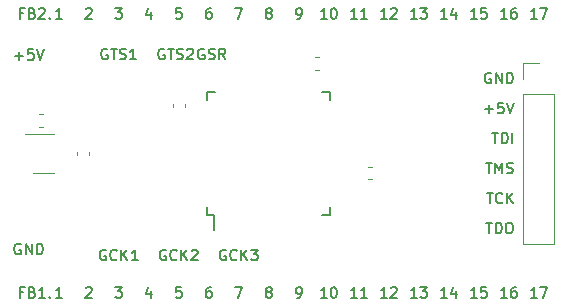
<source format=gbr>
G04 #@! TF.GenerationSoftware,KiCad,Pcbnew,(5.1.4)-1*
G04 #@! TF.CreationDate,2019-10-24T16:07:41-04:00*
G04 #@! TF.ProjectId,XC9536XL,58433935-3336-4584-9c2e-6b696361645f,B*
G04 #@! TF.SameCoordinates,Original*
G04 #@! TF.FileFunction,Legend,Top*
G04 #@! TF.FilePolarity,Positive*
%FSLAX46Y46*%
G04 Gerber Fmt 4.6, Leading zero omitted, Abs format (unit mm)*
G04 Created by KiCad (PCBNEW (5.1.4)-1) date 2019-10-24 16:07:41*
%MOMM*%
%LPD*%
G04 APERTURE LIST*
%ADD10C,0.150000*%
%ADD11C,0.120000*%
G04 APERTURE END LIST*
D10*
X70663714Y-57466714D02*
X70363714Y-57466714D01*
X70363714Y-57938142D02*
X70363714Y-57038142D01*
X70792285Y-57038142D01*
X71435142Y-57466714D02*
X71563714Y-57509571D01*
X71606571Y-57552428D01*
X71649428Y-57638142D01*
X71649428Y-57766714D01*
X71606571Y-57852428D01*
X71563714Y-57895285D01*
X71478000Y-57938142D01*
X71135142Y-57938142D01*
X71135142Y-57038142D01*
X71435142Y-57038142D01*
X71520857Y-57081000D01*
X71563714Y-57123857D01*
X71606571Y-57209571D01*
X71606571Y-57295285D01*
X71563714Y-57381000D01*
X71520857Y-57423857D01*
X71435142Y-57466714D01*
X71135142Y-57466714D01*
X72506571Y-57938142D02*
X71992285Y-57938142D01*
X72249428Y-57938142D02*
X72249428Y-57038142D01*
X72163714Y-57166714D01*
X72078000Y-57252428D01*
X71992285Y-57295285D01*
X72892285Y-57852428D02*
X72935142Y-57895285D01*
X72892285Y-57938142D01*
X72849428Y-57895285D01*
X72892285Y-57852428D01*
X72892285Y-57938142D01*
X85971142Y-36888000D02*
X85885428Y-36845142D01*
X85756857Y-36845142D01*
X85628285Y-36888000D01*
X85542571Y-36973714D01*
X85499714Y-37059428D01*
X85456857Y-37230857D01*
X85456857Y-37359428D01*
X85499714Y-37530857D01*
X85542571Y-37616571D01*
X85628285Y-37702285D01*
X85756857Y-37745142D01*
X85842571Y-37745142D01*
X85971142Y-37702285D01*
X86014000Y-37659428D01*
X86014000Y-37359428D01*
X85842571Y-37359428D01*
X86356857Y-37702285D02*
X86485428Y-37745142D01*
X86699714Y-37745142D01*
X86785428Y-37702285D01*
X86828285Y-37659428D01*
X86871142Y-37573714D01*
X86871142Y-37488000D01*
X86828285Y-37402285D01*
X86785428Y-37359428D01*
X86699714Y-37316571D01*
X86528285Y-37273714D01*
X86442571Y-37230857D01*
X86399714Y-37188000D01*
X86356857Y-37102285D01*
X86356857Y-37016571D01*
X86399714Y-36930857D01*
X86442571Y-36888000D01*
X86528285Y-36845142D01*
X86742571Y-36845142D01*
X86871142Y-36888000D01*
X87771142Y-37745142D02*
X87471142Y-37316571D01*
X87256857Y-37745142D02*
X87256857Y-36845142D01*
X87599714Y-36845142D01*
X87685428Y-36888000D01*
X87728285Y-36930857D01*
X87771142Y-37016571D01*
X87771142Y-37145142D01*
X87728285Y-37230857D01*
X87685428Y-37273714D01*
X87599714Y-37316571D01*
X87256857Y-37316571D01*
X82601714Y-36888000D02*
X82516000Y-36845142D01*
X82387428Y-36845142D01*
X82258857Y-36888000D01*
X82173142Y-36973714D01*
X82130285Y-37059428D01*
X82087428Y-37230857D01*
X82087428Y-37359428D01*
X82130285Y-37530857D01*
X82173142Y-37616571D01*
X82258857Y-37702285D01*
X82387428Y-37745142D01*
X82473142Y-37745142D01*
X82601714Y-37702285D01*
X82644571Y-37659428D01*
X82644571Y-37359428D01*
X82473142Y-37359428D01*
X82901714Y-36845142D02*
X83416000Y-36845142D01*
X83158857Y-37745142D02*
X83158857Y-36845142D01*
X83673142Y-37702285D02*
X83801714Y-37745142D01*
X84016000Y-37745142D01*
X84101714Y-37702285D01*
X84144571Y-37659428D01*
X84187428Y-37573714D01*
X84187428Y-37488000D01*
X84144571Y-37402285D01*
X84101714Y-37359428D01*
X84016000Y-37316571D01*
X83844571Y-37273714D01*
X83758857Y-37230857D01*
X83716000Y-37188000D01*
X83673142Y-37102285D01*
X83673142Y-37016571D01*
X83716000Y-36930857D01*
X83758857Y-36888000D01*
X83844571Y-36845142D01*
X84058857Y-36845142D01*
X84187428Y-36888000D01*
X84530285Y-36930857D02*
X84573142Y-36888000D01*
X84658857Y-36845142D01*
X84873142Y-36845142D01*
X84958857Y-36888000D01*
X85001714Y-36930857D01*
X85044571Y-37016571D01*
X85044571Y-37102285D01*
X85001714Y-37230857D01*
X84487428Y-37745142D01*
X85044571Y-37745142D01*
X77775714Y-36888000D02*
X77690000Y-36845142D01*
X77561428Y-36845142D01*
X77432857Y-36888000D01*
X77347142Y-36973714D01*
X77304285Y-37059428D01*
X77261428Y-37230857D01*
X77261428Y-37359428D01*
X77304285Y-37530857D01*
X77347142Y-37616571D01*
X77432857Y-37702285D01*
X77561428Y-37745142D01*
X77647142Y-37745142D01*
X77775714Y-37702285D01*
X77818571Y-37659428D01*
X77818571Y-37359428D01*
X77647142Y-37359428D01*
X78075714Y-36845142D02*
X78590000Y-36845142D01*
X78332857Y-37745142D02*
X78332857Y-36845142D01*
X78847142Y-37702285D02*
X78975714Y-37745142D01*
X79190000Y-37745142D01*
X79275714Y-37702285D01*
X79318571Y-37659428D01*
X79361428Y-37573714D01*
X79361428Y-37488000D01*
X79318571Y-37402285D01*
X79275714Y-37359428D01*
X79190000Y-37316571D01*
X79018571Y-37273714D01*
X78932857Y-37230857D01*
X78890000Y-37188000D01*
X78847142Y-37102285D01*
X78847142Y-37016571D01*
X78890000Y-36930857D01*
X78932857Y-36888000D01*
X79018571Y-36845142D01*
X79232857Y-36845142D01*
X79361428Y-36888000D01*
X80218571Y-37745142D02*
X79704285Y-37745142D01*
X79961428Y-37745142D02*
X79961428Y-36845142D01*
X79875714Y-36973714D01*
X79790000Y-37059428D01*
X79704285Y-37102285D01*
X87807142Y-53906000D02*
X87721428Y-53863142D01*
X87592857Y-53863142D01*
X87464285Y-53906000D01*
X87378571Y-53991714D01*
X87335714Y-54077428D01*
X87292857Y-54248857D01*
X87292857Y-54377428D01*
X87335714Y-54548857D01*
X87378571Y-54634571D01*
X87464285Y-54720285D01*
X87592857Y-54763142D01*
X87678571Y-54763142D01*
X87807142Y-54720285D01*
X87850000Y-54677428D01*
X87850000Y-54377428D01*
X87678571Y-54377428D01*
X88750000Y-54677428D02*
X88707142Y-54720285D01*
X88578571Y-54763142D01*
X88492857Y-54763142D01*
X88364285Y-54720285D01*
X88278571Y-54634571D01*
X88235714Y-54548857D01*
X88192857Y-54377428D01*
X88192857Y-54248857D01*
X88235714Y-54077428D01*
X88278571Y-53991714D01*
X88364285Y-53906000D01*
X88492857Y-53863142D01*
X88578571Y-53863142D01*
X88707142Y-53906000D01*
X88750000Y-53948857D01*
X89135714Y-54763142D02*
X89135714Y-53863142D01*
X89650000Y-54763142D02*
X89264285Y-54248857D01*
X89650000Y-53863142D02*
X89135714Y-54377428D01*
X89950000Y-53863142D02*
X90507142Y-53863142D01*
X90207142Y-54206000D01*
X90335714Y-54206000D01*
X90421428Y-54248857D01*
X90464285Y-54291714D01*
X90507142Y-54377428D01*
X90507142Y-54591714D01*
X90464285Y-54677428D01*
X90421428Y-54720285D01*
X90335714Y-54763142D01*
X90078571Y-54763142D01*
X89992857Y-54720285D01*
X89950000Y-54677428D01*
X82727142Y-53906000D02*
X82641428Y-53863142D01*
X82512857Y-53863142D01*
X82384285Y-53906000D01*
X82298571Y-53991714D01*
X82255714Y-54077428D01*
X82212857Y-54248857D01*
X82212857Y-54377428D01*
X82255714Y-54548857D01*
X82298571Y-54634571D01*
X82384285Y-54720285D01*
X82512857Y-54763142D01*
X82598571Y-54763142D01*
X82727142Y-54720285D01*
X82770000Y-54677428D01*
X82770000Y-54377428D01*
X82598571Y-54377428D01*
X83670000Y-54677428D02*
X83627142Y-54720285D01*
X83498571Y-54763142D01*
X83412857Y-54763142D01*
X83284285Y-54720285D01*
X83198571Y-54634571D01*
X83155714Y-54548857D01*
X83112857Y-54377428D01*
X83112857Y-54248857D01*
X83155714Y-54077428D01*
X83198571Y-53991714D01*
X83284285Y-53906000D01*
X83412857Y-53863142D01*
X83498571Y-53863142D01*
X83627142Y-53906000D01*
X83670000Y-53948857D01*
X84055714Y-54763142D02*
X84055714Y-53863142D01*
X84570000Y-54763142D02*
X84184285Y-54248857D01*
X84570000Y-53863142D02*
X84055714Y-54377428D01*
X84912857Y-53948857D02*
X84955714Y-53906000D01*
X85041428Y-53863142D01*
X85255714Y-53863142D01*
X85341428Y-53906000D01*
X85384285Y-53948857D01*
X85427142Y-54034571D01*
X85427142Y-54120285D01*
X85384285Y-54248857D01*
X84870000Y-54763142D01*
X85427142Y-54763142D01*
X77647142Y-53906000D02*
X77561428Y-53863142D01*
X77432857Y-53863142D01*
X77304285Y-53906000D01*
X77218571Y-53991714D01*
X77175714Y-54077428D01*
X77132857Y-54248857D01*
X77132857Y-54377428D01*
X77175714Y-54548857D01*
X77218571Y-54634571D01*
X77304285Y-54720285D01*
X77432857Y-54763142D01*
X77518571Y-54763142D01*
X77647142Y-54720285D01*
X77690000Y-54677428D01*
X77690000Y-54377428D01*
X77518571Y-54377428D01*
X78590000Y-54677428D02*
X78547142Y-54720285D01*
X78418571Y-54763142D01*
X78332857Y-54763142D01*
X78204285Y-54720285D01*
X78118571Y-54634571D01*
X78075714Y-54548857D01*
X78032857Y-54377428D01*
X78032857Y-54248857D01*
X78075714Y-54077428D01*
X78118571Y-53991714D01*
X78204285Y-53906000D01*
X78332857Y-53863142D01*
X78418571Y-53863142D01*
X78547142Y-53906000D01*
X78590000Y-53948857D01*
X78975714Y-54763142D02*
X78975714Y-53863142D01*
X79490000Y-54763142D02*
X79104285Y-54248857D01*
X79490000Y-53863142D02*
X78975714Y-54377428D01*
X80347142Y-54763142D02*
X79832857Y-54763142D01*
X80090000Y-54763142D02*
X80090000Y-53863142D01*
X80004285Y-53991714D01*
X79918571Y-54077428D01*
X79832857Y-54120285D01*
X70663714Y-33844714D02*
X70363714Y-33844714D01*
X70363714Y-34316142D02*
X70363714Y-33416142D01*
X70792285Y-33416142D01*
X71435142Y-33844714D02*
X71563714Y-33887571D01*
X71606571Y-33930428D01*
X71649428Y-34016142D01*
X71649428Y-34144714D01*
X71606571Y-34230428D01*
X71563714Y-34273285D01*
X71478000Y-34316142D01*
X71135142Y-34316142D01*
X71135142Y-33416142D01*
X71435142Y-33416142D01*
X71520857Y-33459000D01*
X71563714Y-33501857D01*
X71606571Y-33587571D01*
X71606571Y-33673285D01*
X71563714Y-33759000D01*
X71520857Y-33801857D01*
X71435142Y-33844714D01*
X71135142Y-33844714D01*
X71992285Y-33501857D02*
X72035142Y-33459000D01*
X72120857Y-33416142D01*
X72335142Y-33416142D01*
X72420857Y-33459000D01*
X72463714Y-33501857D01*
X72506571Y-33587571D01*
X72506571Y-33673285D01*
X72463714Y-33801857D01*
X71949428Y-34316142D01*
X72506571Y-34316142D01*
X72892285Y-34230428D02*
X72935142Y-34273285D01*
X72892285Y-34316142D01*
X72849428Y-34273285D01*
X72892285Y-34230428D01*
X72892285Y-34316142D01*
X70434285Y-53398000D02*
X70348571Y-53355142D01*
X70220000Y-53355142D01*
X70091428Y-53398000D01*
X70005714Y-53483714D01*
X69962857Y-53569428D01*
X69920000Y-53740857D01*
X69920000Y-53869428D01*
X69962857Y-54040857D01*
X70005714Y-54126571D01*
X70091428Y-54212285D01*
X70220000Y-54255142D01*
X70305714Y-54255142D01*
X70434285Y-54212285D01*
X70477142Y-54169428D01*
X70477142Y-53869428D01*
X70305714Y-53869428D01*
X70862857Y-54255142D02*
X70862857Y-53355142D01*
X71377142Y-54255142D01*
X71377142Y-53355142D01*
X71805714Y-54255142D02*
X71805714Y-53355142D01*
X72020000Y-53355142D01*
X72148571Y-53398000D01*
X72234285Y-53483714D01*
X72277142Y-53569428D01*
X72320000Y-53740857D01*
X72320000Y-53869428D01*
X72277142Y-54040857D01*
X72234285Y-54126571D01*
X72148571Y-54212285D01*
X72020000Y-54255142D01*
X71805714Y-54255142D01*
X69962857Y-37464285D02*
X70648571Y-37464285D01*
X70305714Y-37807142D02*
X70305714Y-37121428D01*
X71505714Y-36907142D02*
X71077142Y-36907142D01*
X71034285Y-37335714D01*
X71077142Y-37292857D01*
X71162857Y-37250000D01*
X71377142Y-37250000D01*
X71462857Y-37292857D01*
X71505714Y-37335714D01*
X71548571Y-37421428D01*
X71548571Y-37635714D01*
X71505714Y-37721428D01*
X71462857Y-37764285D01*
X71377142Y-37807142D01*
X71162857Y-37807142D01*
X71077142Y-37764285D01*
X71034285Y-37721428D01*
X71805714Y-36907142D02*
X72105714Y-37807142D01*
X72405714Y-36907142D01*
X86531428Y-57038142D02*
X86360000Y-57038142D01*
X86274285Y-57081000D01*
X86231428Y-57123857D01*
X86145714Y-57252428D01*
X86102857Y-57423857D01*
X86102857Y-57766714D01*
X86145714Y-57852428D01*
X86188571Y-57895285D01*
X86274285Y-57938142D01*
X86445714Y-57938142D01*
X86531428Y-57895285D01*
X86574285Y-57852428D01*
X86617142Y-57766714D01*
X86617142Y-57552428D01*
X86574285Y-57466714D01*
X86531428Y-57423857D01*
X86445714Y-57381000D01*
X86274285Y-57381000D01*
X86188571Y-57423857D01*
X86145714Y-57466714D01*
X86102857Y-57552428D01*
X84034285Y-57038142D02*
X83605714Y-57038142D01*
X83562857Y-57466714D01*
X83605714Y-57423857D01*
X83691428Y-57381000D01*
X83905714Y-57381000D01*
X83991428Y-57423857D01*
X84034285Y-57466714D01*
X84077142Y-57552428D01*
X84077142Y-57766714D01*
X84034285Y-57852428D01*
X83991428Y-57895285D01*
X83905714Y-57938142D01*
X83691428Y-57938142D01*
X83605714Y-57895285D01*
X83562857Y-57852428D01*
X73917142Y-57938142D02*
X73402857Y-57938142D01*
X73660000Y-57938142D02*
X73660000Y-57038142D01*
X73574285Y-57166714D01*
X73488571Y-57252428D01*
X73402857Y-57295285D01*
X103968571Y-57938142D02*
X103454285Y-57938142D01*
X103711428Y-57938142D02*
X103711428Y-57038142D01*
X103625714Y-57166714D01*
X103540000Y-57252428D01*
X103454285Y-57295285D01*
X104268571Y-57038142D02*
X104825714Y-57038142D01*
X104525714Y-57381000D01*
X104654285Y-57381000D01*
X104740000Y-57423857D01*
X104782857Y-57466714D01*
X104825714Y-57552428D01*
X104825714Y-57766714D01*
X104782857Y-57852428D01*
X104740000Y-57895285D01*
X104654285Y-57938142D01*
X104397142Y-57938142D01*
X104311428Y-57895285D01*
X104268571Y-57852428D01*
X88600000Y-57038142D02*
X89200000Y-57038142D01*
X88814285Y-57938142D01*
X114128571Y-57938142D02*
X113614285Y-57938142D01*
X113871428Y-57938142D02*
X113871428Y-57038142D01*
X113785714Y-57166714D01*
X113700000Y-57252428D01*
X113614285Y-57295285D01*
X114428571Y-57038142D02*
X115028571Y-57038142D01*
X114642857Y-57938142D01*
X101428571Y-57938142D02*
X100914285Y-57938142D01*
X101171428Y-57938142D02*
X101171428Y-57038142D01*
X101085714Y-57166714D01*
X101000000Y-57252428D01*
X100914285Y-57295285D01*
X101771428Y-57123857D02*
X101814285Y-57081000D01*
X101900000Y-57038142D01*
X102114285Y-57038142D01*
X102200000Y-57081000D01*
X102242857Y-57123857D01*
X102285714Y-57209571D01*
X102285714Y-57295285D01*
X102242857Y-57423857D01*
X101728571Y-57938142D01*
X102285714Y-57938142D01*
X96348571Y-57938142D02*
X95834285Y-57938142D01*
X96091428Y-57938142D02*
X96091428Y-57038142D01*
X96005714Y-57166714D01*
X95920000Y-57252428D01*
X95834285Y-57295285D01*
X96905714Y-57038142D02*
X96991428Y-57038142D01*
X97077142Y-57081000D01*
X97120000Y-57123857D01*
X97162857Y-57209571D01*
X97205714Y-57381000D01*
X97205714Y-57595285D01*
X97162857Y-57766714D01*
X97120000Y-57852428D01*
X97077142Y-57895285D01*
X96991428Y-57938142D01*
X96905714Y-57938142D01*
X96820000Y-57895285D01*
X96777142Y-57852428D01*
X96734285Y-57766714D01*
X96691428Y-57595285D01*
X96691428Y-57381000D01*
X96734285Y-57209571D01*
X96777142Y-57123857D01*
X96820000Y-57081000D01*
X96905714Y-57038142D01*
X111588571Y-57938142D02*
X111074285Y-57938142D01*
X111331428Y-57938142D02*
X111331428Y-57038142D01*
X111245714Y-57166714D01*
X111160000Y-57252428D01*
X111074285Y-57295285D01*
X112360000Y-57038142D02*
X112188571Y-57038142D01*
X112102857Y-57081000D01*
X112060000Y-57123857D01*
X111974285Y-57252428D01*
X111931428Y-57423857D01*
X111931428Y-57766714D01*
X111974285Y-57852428D01*
X112017142Y-57895285D01*
X112102857Y-57938142D01*
X112274285Y-57938142D01*
X112360000Y-57895285D01*
X112402857Y-57852428D01*
X112445714Y-57766714D01*
X112445714Y-57552428D01*
X112402857Y-57466714D01*
X112360000Y-57423857D01*
X112274285Y-57381000D01*
X112102857Y-57381000D01*
X112017142Y-57423857D01*
X111974285Y-57466714D01*
X111931428Y-57552428D01*
X106508571Y-57938142D02*
X105994285Y-57938142D01*
X106251428Y-57938142D02*
X106251428Y-57038142D01*
X106165714Y-57166714D01*
X106080000Y-57252428D01*
X105994285Y-57295285D01*
X107280000Y-57338142D02*
X107280000Y-57938142D01*
X107065714Y-56995285D02*
X106851428Y-57638142D01*
X107408571Y-57638142D01*
X109048571Y-57938142D02*
X108534285Y-57938142D01*
X108791428Y-57938142D02*
X108791428Y-57038142D01*
X108705714Y-57166714D01*
X108620000Y-57252428D01*
X108534285Y-57295285D01*
X109862857Y-57038142D02*
X109434285Y-57038142D01*
X109391428Y-57466714D01*
X109434285Y-57423857D01*
X109520000Y-57381000D01*
X109734285Y-57381000D01*
X109820000Y-57423857D01*
X109862857Y-57466714D01*
X109905714Y-57552428D01*
X109905714Y-57766714D01*
X109862857Y-57852428D01*
X109820000Y-57895285D01*
X109734285Y-57938142D01*
X109520000Y-57938142D01*
X109434285Y-57895285D01*
X109391428Y-57852428D01*
X98888571Y-57938142D02*
X98374285Y-57938142D01*
X98631428Y-57938142D02*
X98631428Y-57038142D01*
X98545714Y-57166714D01*
X98460000Y-57252428D01*
X98374285Y-57295285D01*
X99745714Y-57938142D02*
X99231428Y-57938142D01*
X99488571Y-57938142D02*
X99488571Y-57038142D01*
X99402857Y-57166714D01*
X99317142Y-57252428D01*
X99231428Y-57295285D01*
X93808571Y-57938142D02*
X93980000Y-57938142D01*
X94065714Y-57895285D01*
X94108571Y-57852428D01*
X94194285Y-57723857D01*
X94237142Y-57552428D01*
X94237142Y-57209571D01*
X94194285Y-57123857D01*
X94151428Y-57081000D01*
X94065714Y-57038142D01*
X93894285Y-57038142D01*
X93808571Y-57081000D01*
X93765714Y-57123857D01*
X93722857Y-57209571D01*
X93722857Y-57423857D01*
X93765714Y-57509571D01*
X93808571Y-57552428D01*
X93894285Y-57595285D01*
X94065714Y-57595285D01*
X94151428Y-57552428D01*
X94194285Y-57509571D01*
X94237142Y-57423857D01*
X91354285Y-57423857D02*
X91268571Y-57381000D01*
X91225714Y-57338142D01*
X91182857Y-57252428D01*
X91182857Y-57209571D01*
X91225714Y-57123857D01*
X91268571Y-57081000D01*
X91354285Y-57038142D01*
X91525714Y-57038142D01*
X91611428Y-57081000D01*
X91654285Y-57123857D01*
X91697142Y-57209571D01*
X91697142Y-57252428D01*
X91654285Y-57338142D01*
X91611428Y-57381000D01*
X91525714Y-57423857D01*
X91354285Y-57423857D01*
X91268571Y-57466714D01*
X91225714Y-57509571D01*
X91182857Y-57595285D01*
X91182857Y-57766714D01*
X91225714Y-57852428D01*
X91268571Y-57895285D01*
X91354285Y-57938142D01*
X91525714Y-57938142D01*
X91611428Y-57895285D01*
X91654285Y-57852428D01*
X91697142Y-57766714D01*
X91697142Y-57595285D01*
X91654285Y-57509571D01*
X91611428Y-57466714D01*
X91525714Y-57423857D01*
X81451428Y-57338142D02*
X81451428Y-57938142D01*
X81237142Y-56995285D02*
X81022857Y-57638142D01*
X81580000Y-57638142D01*
X75942857Y-57123857D02*
X75985714Y-57081000D01*
X76071428Y-57038142D01*
X76285714Y-57038142D01*
X76371428Y-57081000D01*
X76414285Y-57123857D01*
X76457142Y-57209571D01*
X76457142Y-57295285D01*
X76414285Y-57423857D01*
X75900000Y-57938142D01*
X76457142Y-57938142D01*
X78440000Y-57038142D02*
X78997142Y-57038142D01*
X78697142Y-57381000D01*
X78825714Y-57381000D01*
X78911428Y-57423857D01*
X78954285Y-57466714D01*
X78997142Y-57552428D01*
X78997142Y-57766714D01*
X78954285Y-57852428D01*
X78911428Y-57895285D01*
X78825714Y-57938142D01*
X78568571Y-57938142D01*
X78482857Y-57895285D01*
X78440000Y-57852428D01*
X114128571Y-34316142D02*
X113614285Y-34316142D01*
X113871428Y-34316142D02*
X113871428Y-33416142D01*
X113785714Y-33544714D01*
X113700000Y-33630428D01*
X113614285Y-33673285D01*
X114428571Y-33416142D02*
X115028571Y-33416142D01*
X114642857Y-34316142D01*
X111588571Y-34316142D02*
X111074285Y-34316142D01*
X111331428Y-34316142D02*
X111331428Y-33416142D01*
X111245714Y-33544714D01*
X111160000Y-33630428D01*
X111074285Y-33673285D01*
X112360000Y-33416142D02*
X112188571Y-33416142D01*
X112102857Y-33459000D01*
X112060000Y-33501857D01*
X111974285Y-33630428D01*
X111931428Y-33801857D01*
X111931428Y-34144714D01*
X111974285Y-34230428D01*
X112017142Y-34273285D01*
X112102857Y-34316142D01*
X112274285Y-34316142D01*
X112360000Y-34273285D01*
X112402857Y-34230428D01*
X112445714Y-34144714D01*
X112445714Y-33930428D01*
X112402857Y-33844714D01*
X112360000Y-33801857D01*
X112274285Y-33759000D01*
X112102857Y-33759000D01*
X112017142Y-33801857D01*
X111974285Y-33844714D01*
X111931428Y-33930428D01*
X109048571Y-34316142D02*
X108534285Y-34316142D01*
X108791428Y-34316142D02*
X108791428Y-33416142D01*
X108705714Y-33544714D01*
X108620000Y-33630428D01*
X108534285Y-33673285D01*
X109862857Y-33416142D02*
X109434285Y-33416142D01*
X109391428Y-33844714D01*
X109434285Y-33801857D01*
X109520000Y-33759000D01*
X109734285Y-33759000D01*
X109820000Y-33801857D01*
X109862857Y-33844714D01*
X109905714Y-33930428D01*
X109905714Y-34144714D01*
X109862857Y-34230428D01*
X109820000Y-34273285D01*
X109734285Y-34316142D01*
X109520000Y-34316142D01*
X109434285Y-34273285D01*
X109391428Y-34230428D01*
X106508571Y-34316142D02*
X105994285Y-34316142D01*
X106251428Y-34316142D02*
X106251428Y-33416142D01*
X106165714Y-33544714D01*
X106080000Y-33630428D01*
X105994285Y-33673285D01*
X107280000Y-33716142D02*
X107280000Y-34316142D01*
X107065714Y-33373285D02*
X106851428Y-34016142D01*
X107408571Y-34016142D01*
X103968571Y-34316142D02*
X103454285Y-34316142D01*
X103711428Y-34316142D02*
X103711428Y-33416142D01*
X103625714Y-33544714D01*
X103540000Y-33630428D01*
X103454285Y-33673285D01*
X104268571Y-33416142D02*
X104825714Y-33416142D01*
X104525714Y-33759000D01*
X104654285Y-33759000D01*
X104740000Y-33801857D01*
X104782857Y-33844714D01*
X104825714Y-33930428D01*
X104825714Y-34144714D01*
X104782857Y-34230428D01*
X104740000Y-34273285D01*
X104654285Y-34316142D01*
X104397142Y-34316142D01*
X104311428Y-34273285D01*
X104268571Y-34230428D01*
X101428571Y-34316142D02*
X100914285Y-34316142D01*
X101171428Y-34316142D02*
X101171428Y-33416142D01*
X101085714Y-33544714D01*
X101000000Y-33630428D01*
X100914285Y-33673285D01*
X101771428Y-33501857D02*
X101814285Y-33459000D01*
X101900000Y-33416142D01*
X102114285Y-33416142D01*
X102200000Y-33459000D01*
X102242857Y-33501857D01*
X102285714Y-33587571D01*
X102285714Y-33673285D01*
X102242857Y-33801857D01*
X101728571Y-34316142D01*
X102285714Y-34316142D01*
X98888571Y-34316142D02*
X98374285Y-34316142D01*
X98631428Y-34316142D02*
X98631428Y-33416142D01*
X98545714Y-33544714D01*
X98460000Y-33630428D01*
X98374285Y-33673285D01*
X99745714Y-34316142D02*
X99231428Y-34316142D01*
X99488571Y-34316142D02*
X99488571Y-33416142D01*
X99402857Y-33544714D01*
X99317142Y-33630428D01*
X99231428Y-33673285D01*
X96348571Y-34316142D02*
X95834285Y-34316142D01*
X96091428Y-34316142D02*
X96091428Y-33416142D01*
X96005714Y-33544714D01*
X95920000Y-33630428D01*
X95834285Y-33673285D01*
X96905714Y-33416142D02*
X96991428Y-33416142D01*
X97077142Y-33459000D01*
X97120000Y-33501857D01*
X97162857Y-33587571D01*
X97205714Y-33759000D01*
X97205714Y-33973285D01*
X97162857Y-34144714D01*
X97120000Y-34230428D01*
X97077142Y-34273285D01*
X96991428Y-34316142D01*
X96905714Y-34316142D01*
X96820000Y-34273285D01*
X96777142Y-34230428D01*
X96734285Y-34144714D01*
X96691428Y-33973285D01*
X96691428Y-33759000D01*
X96734285Y-33587571D01*
X96777142Y-33501857D01*
X96820000Y-33459000D01*
X96905714Y-33416142D01*
X93808571Y-34316142D02*
X93980000Y-34316142D01*
X94065714Y-34273285D01*
X94108571Y-34230428D01*
X94194285Y-34101857D01*
X94237142Y-33930428D01*
X94237142Y-33587571D01*
X94194285Y-33501857D01*
X94151428Y-33459000D01*
X94065714Y-33416142D01*
X93894285Y-33416142D01*
X93808571Y-33459000D01*
X93765714Y-33501857D01*
X93722857Y-33587571D01*
X93722857Y-33801857D01*
X93765714Y-33887571D01*
X93808571Y-33930428D01*
X93894285Y-33973285D01*
X94065714Y-33973285D01*
X94151428Y-33930428D01*
X94194285Y-33887571D01*
X94237142Y-33801857D01*
X91354285Y-33801857D02*
X91268571Y-33759000D01*
X91225714Y-33716142D01*
X91182857Y-33630428D01*
X91182857Y-33587571D01*
X91225714Y-33501857D01*
X91268571Y-33459000D01*
X91354285Y-33416142D01*
X91525714Y-33416142D01*
X91611428Y-33459000D01*
X91654285Y-33501857D01*
X91697142Y-33587571D01*
X91697142Y-33630428D01*
X91654285Y-33716142D01*
X91611428Y-33759000D01*
X91525714Y-33801857D01*
X91354285Y-33801857D01*
X91268571Y-33844714D01*
X91225714Y-33887571D01*
X91182857Y-33973285D01*
X91182857Y-34144714D01*
X91225714Y-34230428D01*
X91268571Y-34273285D01*
X91354285Y-34316142D01*
X91525714Y-34316142D01*
X91611428Y-34273285D01*
X91654285Y-34230428D01*
X91697142Y-34144714D01*
X91697142Y-33973285D01*
X91654285Y-33887571D01*
X91611428Y-33844714D01*
X91525714Y-33801857D01*
X88600000Y-33416142D02*
X89200000Y-33416142D01*
X88814285Y-34316142D01*
X86531428Y-33416142D02*
X86360000Y-33416142D01*
X86274285Y-33459000D01*
X86231428Y-33501857D01*
X86145714Y-33630428D01*
X86102857Y-33801857D01*
X86102857Y-34144714D01*
X86145714Y-34230428D01*
X86188571Y-34273285D01*
X86274285Y-34316142D01*
X86445714Y-34316142D01*
X86531428Y-34273285D01*
X86574285Y-34230428D01*
X86617142Y-34144714D01*
X86617142Y-33930428D01*
X86574285Y-33844714D01*
X86531428Y-33801857D01*
X86445714Y-33759000D01*
X86274285Y-33759000D01*
X86188571Y-33801857D01*
X86145714Y-33844714D01*
X86102857Y-33930428D01*
X84034285Y-33416142D02*
X83605714Y-33416142D01*
X83562857Y-33844714D01*
X83605714Y-33801857D01*
X83691428Y-33759000D01*
X83905714Y-33759000D01*
X83991428Y-33801857D01*
X84034285Y-33844714D01*
X84077142Y-33930428D01*
X84077142Y-34144714D01*
X84034285Y-34230428D01*
X83991428Y-34273285D01*
X83905714Y-34316142D01*
X83691428Y-34316142D01*
X83605714Y-34273285D01*
X83562857Y-34230428D01*
X81451428Y-33716142D02*
X81451428Y-34316142D01*
X81237142Y-33373285D02*
X81022857Y-34016142D01*
X81580000Y-34016142D01*
X78440000Y-33416142D02*
X78997142Y-33416142D01*
X78697142Y-33759000D01*
X78825714Y-33759000D01*
X78911428Y-33801857D01*
X78954285Y-33844714D01*
X78997142Y-33930428D01*
X78997142Y-34144714D01*
X78954285Y-34230428D01*
X78911428Y-34273285D01*
X78825714Y-34316142D01*
X78568571Y-34316142D01*
X78482857Y-34273285D01*
X78440000Y-34230428D01*
X75942857Y-33501857D02*
X75985714Y-33459000D01*
X76071428Y-33416142D01*
X76285714Y-33416142D01*
X76371428Y-33459000D01*
X76414285Y-33501857D01*
X76457142Y-33587571D01*
X76457142Y-33673285D01*
X76414285Y-33801857D01*
X75900000Y-34316142D01*
X76457142Y-34316142D01*
X73917142Y-34316142D02*
X73402857Y-34316142D01*
X73660000Y-34316142D02*
X73660000Y-33416142D01*
X73574285Y-33544714D01*
X73488571Y-33630428D01*
X73402857Y-33673285D01*
X109854642Y-51577142D02*
X110368928Y-51577142D01*
X110111785Y-52477142D02*
X110111785Y-51577142D01*
X110668928Y-52477142D02*
X110668928Y-51577142D01*
X110883214Y-51577142D01*
X111011785Y-51620000D01*
X111097500Y-51705714D01*
X111140357Y-51791428D01*
X111183214Y-51962857D01*
X111183214Y-52091428D01*
X111140357Y-52262857D01*
X111097500Y-52348571D01*
X111011785Y-52434285D01*
X110883214Y-52477142D01*
X110668928Y-52477142D01*
X111740357Y-51577142D02*
X111911785Y-51577142D01*
X111997500Y-51620000D01*
X112083214Y-51705714D01*
X112126071Y-51877142D01*
X112126071Y-52177142D01*
X112083214Y-52348571D01*
X111997500Y-52434285D01*
X111911785Y-52477142D01*
X111740357Y-52477142D01*
X111654642Y-52434285D01*
X111568928Y-52348571D01*
X111526071Y-52177142D01*
X111526071Y-51877142D01*
X111568928Y-51705714D01*
X111654642Y-51620000D01*
X111740357Y-51577142D01*
X109897500Y-49037142D02*
X110411785Y-49037142D01*
X110154642Y-49937142D02*
X110154642Y-49037142D01*
X111226071Y-49851428D02*
X111183214Y-49894285D01*
X111054642Y-49937142D01*
X110968928Y-49937142D01*
X110840357Y-49894285D01*
X110754642Y-49808571D01*
X110711785Y-49722857D01*
X110668928Y-49551428D01*
X110668928Y-49422857D01*
X110711785Y-49251428D01*
X110754642Y-49165714D01*
X110840357Y-49080000D01*
X110968928Y-49037142D01*
X111054642Y-49037142D01*
X111183214Y-49080000D01*
X111226071Y-49122857D01*
X111611785Y-49937142D02*
X111611785Y-49037142D01*
X112126071Y-49937142D02*
X111740357Y-49422857D01*
X112126071Y-49037142D02*
X111611785Y-49551428D01*
X109811785Y-46497142D02*
X110326071Y-46497142D01*
X110068928Y-47397142D02*
X110068928Y-46497142D01*
X110626071Y-47397142D02*
X110626071Y-46497142D01*
X110926071Y-47140000D01*
X111226071Y-46497142D01*
X111226071Y-47397142D01*
X111611785Y-47354285D02*
X111740357Y-47397142D01*
X111954642Y-47397142D01*
X112040357Y-47354285D01*
X112083214Y-47311428D01*
X112126071Y-47225714D01*
X112126071Y-47140000D01*
X112083214Y-47054285D01*
X112040357Y-47011428D01*
X111954642Y-46968571D01*
X111783214Y-46925714D01*
X111697500Y-46882857D01*
X111654642Y-46840000D01*
X111611785Y-46754285D01*
X111611785Y-46668571D01*
X111654642Y-46582857D01*
X111697500Y-46540000D01*
X111783214Y-46497142D01*
X111997500Y-46497142D01*
X112126071Y-46540000D01*
X110368928Y-43957142D02*
X110883214Y-43957142D01*
X110626071Y-44857142D02*
X110626071Y-43957142D01*
X111183214Y-44857142D02*
X111183214Y-43957142D01*
X111397500Y-43957142D01*
X111526071Y-44000000D01*
X111611785Y-44085714D01*
X111654642Y-44171428D01*
X111697500Y-44342857D01*
X111697500Y-44471428D01*
X111654642Y-44642857D01*
X111611785Y-44728571D01*
X111526071Y-44814285D01*
X111397500Y-44857142D01*
X111183214Y-44857142D01*
X112083214Y-44857142D02*
X112083214Y-43957142D01*
X109768928Y-41974285D02*
X110454642Y-41974285D01*
X110111785Y-42317142D02*
X110111785Y-41631428D01*
X111311785Y-41417142D02*
X110883214Y-41417142D01*
X110840357Y-41845714D01*
X110883214Y-41802857D01*
X110968928Y-41760000D01*
X111183214Y-41760000D01*
X111268928Y-41802857D01*
X111311785Y-41845714D01*
X111354642Y-41931428D01*
X111354642Y-42145714D01*
X111311785Y-42231428D01*
X111268928Y-42274285D01*
X111183214Y-42317142D01*
X110968928Y-42317142D01*
X110883214Y-42274285D01*
X110840357Y-42231428D01*
X111611785Y-41417142D02*
X111911785Y-42317142D01*
X112211785Y-41417142D01*
X110240357Y-38920000D02*
X110154642Y-38877142D01*
X110026071Y-38877142D01*
X109897500Y-38920000D01*
X109811785Y-39005714D01*
X109768928Y-39091428D01*
X109726071Y-39262857D01*
X109726071Y-39391428D01*
X109768928Y-39562857D01*
X109811785Y-39648571D01*
X109897500Y-39734285D01*
X110026071Y-39777142D01*
X110111785Y-39777142D01*
X110240357Y-39734285D01*
X110283214Y-39691428D01*
X110283214Y-39391428D01*
X110111785Y-39391428D01*
X110668928Y-39777142D02*
X110668928Y-38877142D01*
X111183214Y-39777142D01*
X111183214Y-38877142D01*
X111611785Y-39777142D02*
X111611785Y-38877142D01*
X111826071Y-38877142D01*
X111954642Y-38920000D01*
X112040357Y-39005714D01*
X112083214Y-39091428D01*
X112126071Y-39262857D01*
X112126071Y-39391428D01*
X112083214Y-39562857D01*
X112040357Y-39648571D01*
X111954642Y-39734285D01*
X111826071Y-39777142D01*
X111611785Y-39777142D01*
D11*
X75182000Y-45557221D02*
X75182000Y-45882779D01*
X76202000Y-45557221D02*
X76202000Y-45882779D01*
X71973221Y-43436000D02*
X72298779Y-43436000D01*
X71973221Y-42416000D02*
X72298779Y-42416000D01*
X95341221Y-38610000D02*
X95666779Y-38610000D01*
X95341221Y-37590000D02*
X95666779Y-37590000D01*
X99837221Y-47910000D02*
X100162779Y-47910000D01*
X99837221Y-46890000D02*
X100162779Y-46890000D01*
X84330000Y-41818779D02*
X84330000Y-41493221D01*
X83310000Y-41818779D02*
X83310000Y-41493221D01*
X73290000Y-44110000D02*
X70840000Y-44110000D01*
X71490000Y-47330000D02*
X73290000Y-47330000D01*
X112970000Y-38040000D02*
X114300000Y-38040000D01*
X112970000Y-39370000D02*
X112970000Y-38040000D01*
X112970000Y-40640000D02*
X115630000Y-40640000D01*
X115630000Y-40640000D02*
X115630000Y-53400000D01*
X112970000Y-40640000D02*
X112970000Y-53400000D01*
X112970000Y-53400000D02*
X115630000Y-53400000D01*
D10*
X86840000Y-50895000D02*
X86840000Y-52170000D01*
X86265000Y-40545000D02*
X86265000Y-41220000D01*
X96615000Y-40545000D02*
X96615000Y-41220000D01*
X96615000Y-50895000D02*
X96615000Y-50220000D01*
X86265000Y-50895000D02*
X86265000Y-50220000D01*
X96615000Y-50895000D02*
X95940000Y-50895000D01*
X96615000Y-40545000D02*
X95940000Y-40545000D01*
X86265000Y-40545000D02*
X86940000Y-40545000D01*
X86265000Y-50895000D02*
X86840000Y-50895000D01*
M02*

</source>
